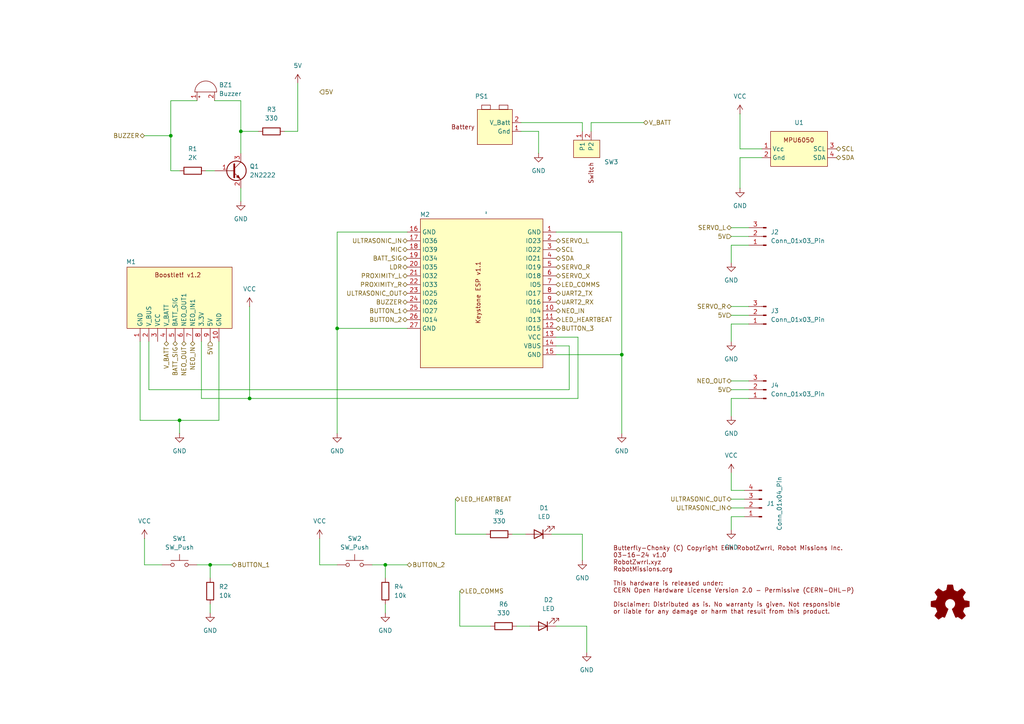
<source format=kicad_sch>
(kicad_sch (version 20231120) (generator "eeschema") (generator_version "8.0")
  (paper "A4")
  (title_block (title "Butterfly-Chonky") (date "03-16-24") (rev "v1.0"))
  (lib_symbols
    (symbol "!Conservify:2N2222" (pin_names (offset 0) hide)
      (property "Reference" "Q" (at 5.08 1.905 0))
      (property "Value" "2N2222" (at 5.08 0 0))
      (symbol "2N2222_0_1"
        (polyline (pts (xy 0.635 0.635) (xy 2.54 2.54)))
        (polyline (pts (xy 0.635 -0.635) (xy 2.54 -2.54) (xy 2.54 -2.54)))
        (polyline (pts (xy 0.635 1.905) (xy 0.635 -1.905) (xy 0.635 -1.905)) (stroke (width 0.508)))
        (polyline (pts (xy 1.27 -1.778) (xy 1.778 -1.27) (xy 2.286 -2.286) (xy 1.27 -1.778) (xy 1.27 -1.778)) (fill (type outline)))
        (circle (center 1.27 0) (radius 2.8194) (stroke (width 0.254)))
      )
      (symbol "2N2222_1_1"
        (pin passive line (at -5.08 0 0) (length 5.715) (name "B") (number "1"))
        (pin passive line (at 2.54 -5.08 90) (length 2.54) (name "E") (number "2"))
        (pin passive line (at 2.54 5.08 270) (length 2.54) (name "C") (number "3"))
      )
    )
    (symbol "!RobotButterfly:2xAA_Battery_Module"
      (property "Reference" "PS" (at 1.27 2.54 0))
      (symbol "2xAA_Battery_Module_1_1"
        (rectangle (start 0 0) (end 10.16 -10.16) (fill (type background)))
        (rectangle (start 1.27 1.27) (end 3.81 0))
        (rectangle (start 6.35 1.27) (end 8.89 0))
        (text "Battery" (at -7.62 -5.08 0) (effects (font (size 1.27 1.27)) (justify left)))
        (pin input line (at 12.7 -6.35 180) (length 2.54) (name "Gnd") (number "1"))
        (pin input line (at 12.7 -3.81 180) (length 2.54) (name "V_Batt") (number "2"))
      )
    )
    (symbol "!RobotButterfly:Boostlet_v1.2"
      (property "Reference" "M" (at -14.478 6.35 0))
      (symbol "Boostlet_v1.2_1_1"
        (rectangle (start -15.24 5.08) (end 15.24 -12.7) (fill (type background)))
        (text "Boostlet! v1.2" (at -0.508 2.794 0) (effects (font (size 1.27 1.27))))
        (pin passive line (at -11.43 -16.51 90) (length 3.81) (name "GND") (number "1"))
        (pin passive line (at 11.43 -16.51 90) (length 3.81) (name "GND") (number "10"))
        (pin passive line (at -8.89 -16.51 90) (length 3.81) (name "V_BUS") (number "2"))
        (pin passive line (at -6.35 -16.51 90) (length 3.81) (name "VCC") (number "3"))
        (pin passive line (at -3.81 -16.51 90) (length 3.81) (name "V_BATT") (number "4"))
        (pin passive line (at -1.27 -16.51 90) (length 3.81) (name "BATT_SIG") (number "5"))
        (pin passive line (at 1.27 -16.51 90) (length 3.81) (name "NEO_OUT1") (number "6"))
        (pin passive line (at 3.81 -16.51 90) (length 3.81) (name "NEO_IN1") (number "7"))
        (pin passive line (at 6.35 -16.51 90) (length 3.81) (name "3.3V") (number "8"))
        (pin passive line (at 8.89 -16.51 90) (length 3.81) (name "5V") (number "9"))
      )
    )
    (symbol "!RobotButterfly:Keystone-ESP_v1.1"
      (property "Reference" "M" (at -21.844 18.796 0))
      (symbol "Keystone-ESP_v1.1_1_1"
        (rectangle (start -22.86 17.78) (end 20.32 -17.78) (fill (type background)))
        (text "Keystone ESP v1.1" (at -1.016 1.016 0) (effects (font (size 1.27 1.27))))
        (pin passive line (at 16.51 -21.59 90) (length 3.81) (name "GND") (number "1"))
        (pin passive line (at -6.35 -21.59 90) (length 3.81) (name "IO4") (number "10"))
        (pin passive line (at -8.89 -21.59 90) (length 3.81) (name "IO13") (number "11"))
        (pin passive line (at -11.43 -21.59 90) (length 3.81) (name "IO15") (number "12"))
        (pin passive line (at -13.97 -21.59 90) (length 3.81) (name "VCC") (number "13"))
        (pin passive line (at -16.51 -21.59 90) (length 3.81) (name "VBUS") (number "14"))
        (pin passive line (at -19.05 -21.59 90) (length 3.81) (name "GND") (number "15"))
        (pin passive line (at 16.51 21.59 270) (length 3.81) (name "GND") (number "16"))
        (pin passive line (at 13.97 21.59 270) (length 3.81) (name "IO36") (number "17"))
        (pin passive line (at 11.43 21.59 270) (length 3.81) (name "IO39") (number "18"))
        (pin passive line (at 8.89 21.59 270) (length 3.81) (name "IO34") (number "19"))
        (pin passive line (at 13.97 -21.59 90) (length 3.81) (name "IO23") (number "2"))
        (pin passive line (at 6.35 21.59 270) (length 3.81) (name "IO35") (number "20"))
        (pin passive line (at 3.81 21.59 270) (length 3.81) (name "IO32") (number "21"))
        (pin passive line (at 1.27 21.59 270) (length 3.81) (name "IO33") (number "22"))
        (pin passive line (at -1.27 21.59 270) (length 3.81) (name "IO25") (number "23"))
        (pin passive line (at -3.81 21.59 270) (length 3.81) (name "IO26") (number "24"))
        (pin passive line (at -6.35 21.59 270) (length 3.81) (name "IO27") (number "25"))
        (pin passive line (at -8.89 21.59 270) (length 3.81) (name "IO14") (number "26"))
        (pin passive line (at -11.43 21.59 270) (length 3.81) (name "GND") (number "27"))
        (pin passive line (at 11.43 -21.59 90) (length 3.81) (name "IO22") (number "3"))
        (pin passive line (at 8.89 -21.59 90) (length 3.81) (name "IO21") (number "4"))
        (pin passive line (at 6.35 -21.59 90) (length 3.81) (name "IO19") (number "5"))
        (pin passive line (at 3.81 -21.59 90) (length 3.81) (name "IO18") (number "6"))
        (pin passive line (at 1.27 -21.59 90) (length 3.81) (name "IO5") (number "7"))
        (pin passive line (at -1.27 -21.59 90) (length 3.81) (name "IO17") (number "8"))
        (pin passive line (at -3.81 -21.59 90) (length 3.81) (name "IO16") (number "9"))
      )
    )
    (symbol "!RobotButterfly:MPU6050_Module"
      (property "Reference" "U" (at 1.27 1.27 0))
      (symbol "MPU6050_Module_1_1"
        (rectangle (start 0 0) (end 16.51 -10.16) (fill (type background)))
        (text "MPU6050" (at 12.7 -2.54 0) (effects (font (size 1.27 1.27)) (justify right)))
        (pin input line (at -2.54 -5.08 0) (length 2.54) (name "Vcc") (number "1"))
        (pin input line (at -2.54 -7.62 0) (length 2.54) (name "Gnd") (number "2"))
        (pin bidirectional line (at 19.05 -5.08 180) (length 2.54) (name "SCL") (number "3"))
        (pin bidirectional line (at 19.05 -7.62 180) (length 2.54) (name "SDA") (number "4"))
      )
    )
    (symbol "!RobotButterfly:Switch_Header"
      (property "Reference" "SW" (at 1.27 1.27 0))
      (symbol "Switch_Header_1_1"
        (rectangle (start 0 0) (end 5.08 -7.62) (fill (type background)))
        (text "Switch" (at -1.27 -5.08 0) (effects (font (size 1.27 1.27)) (justify right)))
        (pin input line (at 7.62 -2.54 180) (length 2.54) (name "P1") (number "1"))
        (pin input line (at 7.62 -5.08 180) (length 2.54) (name "P2") (number "2"))
      )
    )
    (symbol "Connector:Conn_01x03_Pin" (pin_names (offset 1.016) hide)
      (property "Reference" "J" (at 0 5.08 0))
      (property "Value" "Conn_01x03_Pin" (at 0 -5.08 0))
      (symbol "Conn_01x03_Pin_1_1"
        (polyline (pts (xy 1.27 -2.54) (xy 0.8636 -2.54)) (stroke (width 0.1524)))
        (polyline (pts (xy 1.27 0) (xy 0.8636 0)) (stroke (width 0.1524)))
        (polyline (pts (xy 1.27 2.54) (xy 0.8636 2.54)) (stroke (width 0.1524)))
        (rectangle (start 0.8636 -2.413) (end 0 -2.667) (stroke (width 0.1524)) (fill (type outline)))
        (rectangle (start 0.8636 0.127) (end 0 -0.127) (stroke (width 0.1524)) (fill (type outline)))
        (rectangle (start 0.8636 2.667) (end 0 2.413) (stroke (width 0.1524)) (fill (type outline)))
        (pin passive line (at 5.08 2.54 180) (length 3.81) (name "Pin_1") (number "1"))
        (pin passive line (at 5.08 0 180) (length 3.81) (name "Pin_2") (number "2"))
        (pin passive line (at 5.08 -2.54 180) (length 3.81) (name "Pin_3") (number "3"))
      )
    )
    (symbol "Connector:Conn_01x04_Pin" (pin_names (offset 1.016) hide)
      (property "Reference" "J" (at 0 5.08 0))
      (property "Value" "Conn_01x04_Pin" (at 0 -7.62 0))
      (symbol "Conn_01x04_Pin_1_1"
        (polyline (pts (xy 1.27 -5.08) (xy 0.8636 -5.08)) (stroke (width 0.1524)))
        (polyline (pts (xy 1.27 -2.54) (xy 0.8636 -2.54)) (stroke (width 0.1524)))
        (polyline (pts (xy 1.27 0) (xy 0.8636 0)) (stroke (width 0.1524)))
        (polyline (pts (xy 1.27 2.54) (xy 0.8636 2.54)) (stroke (width 0.1524)))
        (rectangle (start 0.8636 -4.953) (end 0 -5.207) (stroke (width 0.1524)) (fill (type outline)))
        (rectangle (start 0.8636 -2.413) (end 0 -2.667) (stroke (width 0.1524)) (fill (type outline)))
        (rectangle (start 0.8636 0.127) (end 0 -0.127) (stroke (width 0.1524)) (fill (type outline)))
        (rectangle (start 0.8636 2.667) (end 0 2.413) (stroke (width 0.1524)) (fill (type outline)))
        (pin passive line (at 5.08 2.54 180) (length 3.81) (name "Pin_1") (number "1"))
        (pin passive line (at 5.08 0 180) (length 3.81) (name "Pin_2") (number "2"))
        (pin passive line (at 5.08 -2.54 180) (length 3.81) (name "Pin_3") (number "3"))
        (pin passive line (at 5.08 -5.08 180) (length 3.81) (name "Pin_4") (number "4"))
      )
    )
    (symbol "Device:Buzzer" (pin_names (offset 0.0254) hide)
      (property "Reference" "BZ" (at 3.81 1.27 0))
      (property "Value" "Buzzer" (at 3.81 -1.27 0))
      (symbol "Buzzer_0_1"
        (arc (start 0 -3.175) (mid 3.1612 0) (end 0 3.175))
        (polyline (pts (xy -1.651 1.905) (xy -1.143 1.905)))
        (polyline (pts (xy -1.397 2.159) (xy -1.397 1.651)))
        (polyline (pts (xy 0 3.175) (xy 0 -3.175)))
      )
      (symbol "Buzzer_1_1"
        (pin passive line (at -2.54 2.54 0) (length 2.54) (name "+") (number "1"))
        (pin passive line (at -2.54 -2.54 0) (length 2.54) (name "-") (number "2"))
      )
    )
    (symbol "Device:LED" (pin_numbers hide) (pin_names (offset 1.016) hide)
      (property "Reference" "D" (at 0 2.54 0))
      (property "Value" "LED" (at 0 -2.54 0))
      (symbol "LED_0_1"
        (polyline (pts (xy -1.27 -1.27) (xy -1.27 1.27)) (stroke (width 0.254)))
        (polyline (pts (xy -1.27 0) (xy 1.27 0)))
        (polyline (pts (xy 1.27 -1.27) (xy 1.27 1.27) (xy -1.27 0) (xy 1.27 -1.27)) (stroke (width 0.254)))
        (polyline (pts (xy -3.048 -0.762) (xy -4.572 -2.286) (xy -3.81 -2.286) (xy -4.572 -2.286) (xy -4.572 -1.524)))
        (polyline (pts (xy -1.778 -0.762) (xy -3.302 -2.286) (xy -2.54 -2.286) (xy -3.302 -2.286) (xy -3.302 -1.524)))
      )
      (symbol "LED_1_1"
        (pin passive line (at -3.81 0 0) (length 2.54) (name "K") (number "1"))
        (pin passive line (at 3.81 0 180) (length 2.54) (name "A") (number "2"))
      )
    )
    (symbol "Device:R" (pin_numbers hide) (pin_names (offset 0))
      (property "Reference" "R" (at 2.032 0 90))
      (property "Value" "R" (at 0 0 90))
      (symbol "R_0_1"
        (rectangle (start -1.016 -2.54) (end 1.016 2.54) (stroke (width 0.254)))
      )
      (symbol "R_1_1"
        (pin passive line (at 0 3.81 270) (length 1.27) (name "~") (number "1"))
        (pin passive line (at 0 -3.81 90) (length 1.27) (name "~") (number "2"))
      )
    )
    (symbol "Graphic:Logo_Open_Hardware_Small" (in_bom no) (on_board no)
      (symbol "Logo_Open_Hardware_Small_0_1"
        (polyline (pts (xy 3.3528 -4.3434) (xy 3.302 -4.318) (xy 3.175 -4.2418) (xy 2.9972 -4.1148) (xy 2.7686 -3.9624) (xy 2.54 -3.81) (xy 2.3622 -3.7084) (xy 2.2352 -3.6068) (xy 2.1844 -3.5814) (xy 2.159 -3.6068) (xy 2.0574 -3.6576) (xy 1.905 -3.7338) (xy 1.8034 -3.7846) (xy 1.6764 -3.8354) (xy 1.6002 -3.8354) (xy 1.6002 -3.8354) (xy 1.5494 -3.7338) (xy 1.4732 -3.5306) (xy 1.3462 -3.302) (xy 1.2446 -3.0226) (xy 1.1176 -2.7178) (xy 0.9652 -2.413) (xy 0.8636 -2.1082) (xy 0.7366 -1.8288) (xy 0.6604 -1.6256) (xy 0.6096 -1.4732) (xy 0.5842 -1.397) (xy 0.5842 -1.397) (xy 0.6604 -1.3208) (xy 0.7874 -1.2446) (xy 1.0414 -1.016) (xy 1.2954 -0.6858) (xy 1.4478 -0.3302) (xy 1.524 0.0762) (xy 1.4732 0.4572) (xy 1.3208 0.8128) (xy 1.0668 1.143) (xy 0.762 1.3716) (xy 0.4064 1.524) (xy 0 1.5748) (xy -0.381 1.5494) (xy -0.7366 1.397) (xy -1.0668 1.143) (xy -1.2192 0.9906) (xy -1.397 0.6604) (xy -1.524 0.3048) (xy -1.524 0.2286) (xy -1.4986 -0.1778) (xy -1.397 -0.5334) (xy -1.1938 -0.8636) (xy -0.9144 -1.143) (xy -0.8636 -1.1684) (xy -0.7366 -1.27) (xy -0.635 -1.3462) (xy -0.5842 -1.397) (xy -1.0668 -2.5908) (xy -1.143 -2.794) (xy -1.2954 -3.1242) (xy -1.397 -3.4036) (xy -1.4986 -3.6322) (xy -1.5748 -3.7846) (xy -1.6002 -3.8354) (xy -1.6002 -3.8354) (xy -1.651 -3.8354) (xy -1.7272 -3.81) (xy -1.905 -3.7338) (xy -2.0066 -3.683) (xy -2.1336 -3.6068) (xy -2.2098 -3.5814) (xy -2.2606 -3.6068) (xy -2.3622 -3.683) (xy -2.54 -3.81) (xy -2.7686 -3.9624) (xy -2.9718 -4.0894) (xy -3.1496 -4.2164) (xy -3.302 -4.318) (xy -3.3528 -4.3434) (xy -3.3782 -4.3434) (xy -3.429 -4.318) (xy -3.5306 -4.2164) (xy -3.7084 -4.064) (xy -3.937 -3.8354) (xy -3.9624 -3.81) (xy -4.1656 -3.6068) (xy -4.318 -3.4544) (xy -4.4196 -3.3274) (xy -4.445 -3.2766) (xy -4.445 -3.2766) (xy -4.4196 -3.2258) (xy -4.318 -3.0734) (xy -4.2164 -2.8956) (xy -4.064 -2.667) (xy -3.6576 -2.0828) (xy -3.8862 -1.5494) (xy -3.937 -1.3716) (xy -4.0386 -1.1684) (xy -4.0894 -1.0414) (xy -4.1148 -0.9652) (xy -4.191 -0.9398) (xy -4.318 -0.9144) (xy -4.5466 -0.8636) (xy -4.8006 -0.8128) (xy -5.0546 -0.7874) (xy -5.2578 -0.7366) (xy -5.4356 -0.7112) (xy -5.5118 -0.6858) (xy -5.5118 -0.6858) (xy -5.5372 -0.635) (xy -5.5372 -0.5588) (xy -5.5372 -0.4318) (xy -5.5626 -0.2286) (xy -5.5626 0.0762) (xy -5.5626 0.127) (xy -5.5372 0.4064) (xy -5.5372 0.635) (xy -5.5372 0.762) (xy -5.5372 0.8382) (xy -5.5372 0.8382) (xy -5.461 0.8382) (xy -5.3086 0.889) (xy -5.08 0.9144) (xy -4.826 0.9652) (xy -4.8006 0.9906) (xy -4.5466 1.0414) (xy -4.318 1.0668) (xy -4.1656 1.1176) (xy -4.0894 1.143) (xy -4.0894 1.143) (xy -4.0386 1.2446) (xy -3.9624 1.4224) (xy -3.8608 1.6256) (xy -3.7846 1.8288) (xy -3.7084 2.0066) (xy -3.6576 2.159) (xy -3.6322 2.2098) (xy -3.6322 2.2098) (xy -3.683 2.286) (xy -3.7592 2.413) (xy -3.8862 2.5908) (xy -4.064 2.8194) (xy -4.064 2.8448) (xy -4.2164 3.0734) (xy -4.3434 3.2512) (xy -4.4196 3.3782) (xy -4.445 3.4544) (xy -4.445 3.4544) (xy -4.3942 3.5052) (xy -4.2926 3.6322) (xy -4.1148 3.81) (xy -3.937 4.0132) (xy -3.8608 4.064) (xy -3.6576 4.2926) (xy -3.5052 4.4196) (xy -3.4036 4.4958) (xy -3.3528 4.5212) (xy -3.3528 4.5212) (xy -3.302 4.4704) (xy -3.1496 4.3688) (xy -2.9718 4.2418) (xy -2.7432 4.0894) (xy -2.7178 4.0894) (xy -2.4892 3.937) (xy -2.3114 3.81) (xy -2.1844 3.7084) (xy -2.1336 3.683) (xy -2.1082 3.683) (xy -2.032 3.7084) (xy -1.8542 3.7592) (xy -1.6764 3.8354) (xy -1.4732 3.937) (xy -1.27 4.0132) (xy -1.143 4.064) (xy -1.0668 4.1148) (xy -1.0668 4.1148) (xy -1.0414 4.191) (xy -1.016 4.3434) (xy -0.9652 4.572) (xy -0.9144 4.8514) (xy -0.889 4.9022) (xy -0.8382 5.1562) (xy -0.8128 5.3848) (xy -0.7874 5.5372) (xy -0.762 5.588) (xy -0.7112 5.6134) (xy -0.5842 5.6134) (xy -0.4064 5.6134) (xy -0.1524 5.6134) (xy 0.0762 5.6134) (xy 0.3302 5.6134) (xy 0.5334 5.6134) (xy 0.6858 5.588) (xy 0.7366 5.588) (xy 0.7366 5.588) (xy 0.762 5.5118) (xy 0.8128 5.334) (xy 0.8382 5.1054) (xy 0.9144 4.826) (xy 0.9144 4.7752) (xy 0.9652 4.5212) (xy 1.016 4.2926) (xy 1.0414 4.1402) (xy 1.0668 4.0894) (xy 1.0668 4.0894) (xy 1.1938 4.0386) (xy 1.3716 3.9624) (xy 1.5748 3.8608) (xy 2.0828 3.6576) (xy 2.7178 4.0894) (xy 2.7686 4.1402) (xy 2.9972 4.2926) (xy 3.175 4.4196) (xy 3.302 4.4958) (xy 3.3782 4.5212) (xy 3.3782 4.5212) (xy 3.429 4.4704) (xy 3.556 4.3434) (xy 3.7338 4.191) (xy 3.9116 3.9878) (xy 4.064 3.8354) (xy 4.2418 3.6576) (xy 4.3434 3.556) (xy 4.4196 3.4798) (xy 4.4196 3.429) (xy 4.4196 3.4036) (xy 4.3942 3.3274) (xy 4.2926 3.2004) (xy 4.1656 2.9972) (xy 4.0132 2.794) (xy 3.8862 2.5908) (xy 3.7592 2.3876) (xy 3.6576 2.2352) (xy 3.6322 2.159) (xy 3.6322 2.1336) (xy 3.683 2.0066) (xy 3.7592 1.8288) (xy 3.8608 1.6002) (xy 4.064 1.1176) (xy 4.3942 1.0414) (xy 4.5974 1.016) (xy 4.8768 0.9652) (xy 5.1308 0.9144) (xy 5.5372 0.8382) (xy 5.5626 -0.6604) (xy 5.4864 -0.6858) (xy 5.4356 -0.6858) (xy 5.2832 -0.7366) (xy 5.0546 -0.762) (xy 4.8006 -0.8128) (xy 4.5974 -0.8636) (xy 4.3688 -0.9144) (xy 4.2164 -0.9398) (xy 4.1402 -0.9398) (xy 4.1148 -0.9652) (xy 4.064 -1.0668) (xy 3.9878 -1.2446) (xy 3.9116 -1.4478) (xy 3.81 -1.651) (xy 3.7338 -1.8542) (xy 3.683 -2.0066) (xy 3.6576 -2.0828) (xy 3.683 -2.1336) (xy 3.7846 -2.2606) (xy 3.8862 -2.4638) (xy 4.0386 -2.667) (xy 4.191 -2.8956) (xy 4.318 -3.0734) (xy 4.3942 -3.2004) (xy 4.445 -3.2766) (xy 4.4196 -3.3274) (xy 4.3434 -3.429) (xy 4.1656 -3.5814) (xy 3.937 -3.8354) (xy 3.8862 -3.8608) (xy 3.683 -4.064) (xy 3.5306 -4.2164) (xy 3.4036 -4.318) (xy 3.3528 -4.3434)) (fill (type outline)))
      )
    )
    (symbol "Switch:SW_Push" (pin_numbers hide) (pin_names (offset 1.016) hide)
      (property "Reference" "SW" (at 1.27 2.54 0))
      (property "Value" "SW_Push" (at 0 -1.524 0))
      (symbol "SW_Push_0_1"
        (circle (center -2.032 0) (radius 0.508))
        (polyline (pts (xy 0 1.27) (xy 0 3.048)))
        (polyline (pts (xy 2.54 1.27) (xy -2.54 1.27)))
        (circle (center 2.032 0) (radius 0.508))
        (pin passive line (at -5.08 0 0) (length 2.54) (name "1") (number "1"))
        (pin passive line (at 5.08 0 180) (length 2.54) (name "2") (number "2"))
      )
    )
    (symbol "power:+5V" (power) (pin_names (offset 0))
      (property "Value" "+5V" (at 0 3.556 0))
      (symbol "+5V_0_1"
        (polyline (pts (xy -0.762 1.27) (xy 0 2.54)))
        (polyline (pts (xy 0 0) (xy 0 2.54)))
        (polyline (pts (xy 0 2.54) (xy 0.762 1.27)))
      )
      (symbol "+5V_1_1"
        (pin power_in line (at 0 0 90) (length 0) hide (name "+5V") (number "1"))
      )
    )
    (symbol "power:GND" (power) (pin_numbers hide) (pin_names (offset 0) hide)
      (property "Value" "GND" (at 0 -3.81 0))
      (symbol "GND_0_1"
        (polyline (pts (xy 0 0) (xy 0 -1.27) (xy 1.27 -1.27) (xy 0 -2.54) (xy -1.27 -1.27) (xy 0 -1.27)))
      )
      (symbol "GND_1_1"
        (pin power_in line (at 0 0 270) (length 0) (name "~") (number "1"))
      )
    )
    (symbol "power:VCC" (power) (pin_numbers hide) (pin_names (offset 0) hide)
      (property "Value" "VCC" (at 0 3.556 0))
      (symbol "VCC_0_1"
        (polyline (pts (xy -0.762 1.27) (xy 0 2.54)))
        (polyline (pts (xy 0 0) (xy 0 2.54)))
        (polyline (pts (xy 0 2.54) (xy 0.762 1.27)))
      )
      (symbol "VCC_1_1"
        (pin power_in line (at 0 0 90) (length 0) (name "~") (number "1"))
      )
    )
  )
  (junction (at 52.07 121.92))
  (junction (at 111.76 163.83))
  (junction (at 180.34 102.87))
  (junction (at 60.96 163.83))
  (junction (at 69.85 38.1))
  (junction (at 49.53 39.37))
  (junction (at 72.39 115.57))
  (junction (at 97.79 95.25))
  (wire (pts (xy 215.9 142.24) (xy 212.09 142.24)))
  (wire (pts (xy 62.23 29.21) (xy 69.85 29.21)))
  (wire (pts (xy 52.07 121.92) (xy 52.07 125.73)))
  (wire (pts (xy 97.79 67.31) (xy 97.79 95.25)))
  (wire (pts (xy 161.29 181.61) (xy 170.18 181.61)))
  (wire (pts (xy 57.15 163.83) (xy 60.96 163.83)))
  (wire (pts (xy 180.34 67.31) (xy 180.34 102.87)))
  (wire (pts (xy 212.09 147.32) (xy 215.9 147.32)))
  (wire (pts (xy 43.18 113.03) (xy 165.1 113.03)))
  (wire (pts (xy 156.21 38.1) (xy 156.21 44.45)))
  (wire (pts (xy 63.5 121.92) (xy 52.07 121.92)))
  (wire (pts (xy 69.85 38.1) (xy 74.93 38.1)))
  (wire (pts (xy 97.79 95.25) (xy 118.11 95.25)))
  (wire (pts (xy 149.86 181.61) (xy 153.67 181.61)))
  (wire (pts (xy 49.53 39.37) (xy 49.53 49.53)))
  (wire (pts (xy 161.29 67.31) (xy 180.34 67.31)))
  (wire (pts (xy 212.09 137.16) (xy 212.09 142.24)))
  (wire (pts (xy 167.64 97.79) (xy 167.64 115.57)))
  (wire (pts (xy 212.09 149.86) (xy 212.09 153.67)))
  (wire (pts (xy 212.09 66.04) (xy 217.17 66.04)))
  (wire (pts (xy 212.09 110.49) (xy 217.17 110.49)))
  (wire (pts (xy 212.09 88.9) (xy 217.17 88.9)))
  (wire (pts (xy 220.98 45.72) (xy 214.63 45.72)))
  (wire (pts (xy 212.09 91.44) (xy 217.17 91.44)))
  (wire (pts (xy 161.29 102.87) (xy 180.34 102.87)))
  (wire (pts (xy 41.91 156.21) (xy 41.91 163.83)))
  (wire (pts (xy 69.85 44.45) (xy 69.85 38.1)))
  (wire (pts (xy 215.9 149.86) (xy 212.09 149.86)))
  (wire (pts (xy 165.1 100.33) (xy 165.1 113.03)))
  (wire (pts (xy 107.95 163.83) (xy 111.76 163.83)))
  (wire (pts (xy 86.36 24.13) (xy 86.36 38.1)))
  (wire (pts (xy 72.39 88.9) (xy 72.39 115.57)))
  (wire (pts (xy 49.53 49.53) (xy 52.07 49.53)))
  (wire (pts (xy 133.35 171.45) (xy 133.35 181.61)))
  (wire (pts (xy 140.97 154.94) (xy 132.08 154.94)))
  (wire (pts (xy 41.91 39.37) (xy 49.53 39.37)))
  (wire (pts (xy 160.02 154.94) (xy 168.91 154.94)))
  (wire (pts (xy 142.24 181.61) (xy 133.35 181.61)))
  (wire (pts (xy 72.39 115.57) (xy 167.64 115.57)))
  (wire (pts (xy 217.17 71.12) (xy 212.09 71.12)))
  (wire (pts (xy 151.13 38.1) (xy 156.21 38.1)))
  (wire (pts (xy 111.76 163.83) (xy 111.76 167.64)))
  (wire (pts (xy 214.63 33.02) (xy 214.63 43.18)))
  (wire (pts (xy 212.09 113.03) (xy 217.17 113.03)))
  (wire (pts (xy 111.76 175.26) (xy 111.76 177.8)))
  (wire (pts (xy 171.45 38.1) (xy 171.45 35.56)))
  (wire (pts (xy 161.29 100.33) (xy 165.1 100.33)))
  (wire (pts (xy 161.29 97.79) (xy 167.64 97.79)))
  (wire (pts (xy 212.09 93.98) (xy 212.09 99.06)))
  (wire (pts (xy 69.85 54.61) (xy 69.85 58.42)))
  (wire (pts (xy 151.13 35.56) (xy 168.91 35.56)))
  (wire (pts (xy 212.09 68.58) (xy 217.17 68.58)))
  (wire (pts (xy 132.08 144.78) (xy 132.08 154.94)))
  (wire (pts (xy 92.71 156.21) (xy 92.71 163.83)))
  (wire (pts (xy 60.96 163.83) (xy 67.31 163.83)))
  (wire (pts (xy 212.09 71.12) (xy 212.09 76.2)))
  (wire (pts (xy 58.42 115.57) (xy 72.39 115.57)))
  (wire (pts (xy 52.07 121.92) (xy 40.64 121.92)))
  (wire (pts (xy 40.64 99.06) (xy 40.64 121.92)))
  (wire (pts (xy 49.53 39.37) (xy 49.53 29.21)))
  (wire (pts (xy 60.96 163.83) (xy 60.96 167.64)))
  (wire (pts (xy 212.09 144.78) (xy 215.9 144.78)))
  (wire (pts (xy 60.96 175.26) (xy 60.96 177.8)))
  (wire (pts (xy 43.18 113.03) (xy 43.18 99.06)))
  (wire (pts (xy 217.17 93.98) (xy 212.09 93.98)))
  (wire (pts (xy 46.99 163.83) (xy 41.91 163.83)))
  (wire (pts (xy 168.91 35.56) (xy 168.91 38.1)))
  (wire (pts (xy 63.5 99.06) (xy 63.5 121.92)))
  (wire (pts (xy 212.09 115.57) (xy 212.09 120.65)))
  (wire (pts (xy 148.59 154.94) (xy 152.4 154.94)))
  (wire (pts (xy 214.63 45.72) (xy 214.63 54.61)))
  (wire (pts (xy 168.91 154.94) (xy 168.91 162.56)))
  (wire (pts (xy 180.34 102.87) (xy 180.34 125.73)))
  (wire (pts (xy 97.79 95.25) (xy 97.79 125.73)))
  (wire (pts (xy 220.98 43.18) (xy 214.63 43.18)))
  (wire (pts (xy 58.42 115.57) (xy 58.42 99.06)))
  (wire (pts (xy 217.17 115.57) (xy 212.09 115.57)))
  (wire (pts (xy 118.11 67.31) (xy 97.79 67.31)))
  (wire (pts (xy 59.69 49.53) (xy 62.23 49.53)))
  (wire (pts (xy 49.53 29.21) (xy 57.15 29.21)))
  (wire (pts (xy 86.36 38.1) (xy 82.55 38.1)))
  (wire (pts (xy 97.79 163.83) (xy 92.71 163.83)))
  (wire (pts (xy 69.85 38.1) (xy 69.85 29.21)))
  (wire (pts (xy 111.76 163.83) (xy 118.11 163.83)))
  (wire (pts (xy 170.18 181.61) (xy 170.18 189.23)))
  (wire (pts (xy 171.45 35.56) (xy 186.69 35.56)))
  (text "Butterfly-Chonky (C) Copyright Erin RobotZwrrl, Robot Missions Inc.\n03-16-24 v1.0\nRobotZwrrl.xyz\nRobotMissions.org\n\nThis hardware is released under:\nCERN Open Hardware License Version 2.0 - Permissive (CERN-OHL-P)\n\nDisclaimer: Distributed as is. No warranty is given. Not responsible \nor liable for any damage or harm that result from this product." (at 177.8 178.308 0) (effects (font (size 1.27 1.27)) (justify left bottom)))
  (hierarchical_label "NEO_OUT" (shape bidirectional) (at 53.34 99.06 270))
  (hierarchical_label "ULTRASONIC_IN" (shape bidirectional) (at 118.11 69.85 180))
  (hierarchical_label "BUTTON_3" (shape bidirectional) (at 161.29 95.25 0))
  (hierarchical_label "SERVO_L" (shape bidirectional) (at 212.09 66.04 180))
  (hierarchical_label "BUZZER" (shape bidirectional) (at 118.11 87.63 180))
  (hierarchical_label "LED_COMMS" (shape bidirectional) (at 161.29 82.55 0))
  (hierarchical_label "BUTTON_1" (shape bidirectional) (at 118.11 90.17 180))
  (hierarchical_label "SERVO_R" (shape bidirectional) (at 212.09 88.9 180))
  (hierarchical_label "UART2_TX" (shape bidirectional) (at 161.29 85.09 0))
  (hierarchical_label "5V" (shape input) (at 212.09 91.44 180))
  (hierarchical_label "LED_HEARTBEAT" (shape bidirectional) (at 161.29 92.71 0))
  (hierarchical_label "V_BATT" (shape bidirectional) (at 186.69 35.56 0))
  (hierarchical_label "ULTRASONIC_OUT" (shape bidirectional) (at 212.09 144.78 180))
  (hierarchical_label "5V" (shape input) (at 212.09 68.58 180))
  (hierarchical_label "BUTTON_2" (shape bidirectional) (at 118.11 92.71 180))
  (hierarchical_label "SCL" (shape bidirectional) (at 161.29 72.39 0))
  (hierarchical_label "SERVO_R" (shape bidirectional) (at 161.29 77.47 0))
  (hierarchical_label "BATT_SIG" (shape bidirectional) (at 118.11 74.93 180))
  (hierarchical_label "SDA" (shape bidirectional) (at 161.29 74.93 0))
  (hierarchical_label "5V" (shape input) (at 212.09 113.03 180))
  (hierarchical_label "MIC" (shape bidirectional) (at 118.11 72.39 180))
  (hierarchical_label "SERVO_X" (shape bidirectional) (at 161.29 80.01 0))
  (hierarchical_label "BUTTON_2" (shape bidirectional) (at 118.11 163.83 0))
  (hierarchical_label "NEO_IN" (shape bidirectional) (at 161.29 90.17 0))
  (hierarchical_label "NEO_IN" (shape bidirectional) (at 55.88 99.06 270))
  (hierarchical_label "ULTRASONIC_IN" (shape bidirectional) (at 212.09 147.32 180))
  (hierarchical_label "LED_COMMS" (shape bidirectional) (at 133.35 171.45 0))
  (hierarchical_label "PROXIMITY_L" (shape bidirectional) (at 118.11 80.01 180))
  (hierarchical_label "5V" (shape input) (at 92.71 26.67 0))
  (hierarchical_label "UART2_RX" (shape bidirectional) (at 161.29 87.63 0))
  (hierarchical_label "SERVO_L" (shape bidirectional) (at 161.29 69.85 0))
  (hierarchical_label "5V" (shape input) (at 60.96 99.06 270))
  (hierarchical_label "NEO_OUT" (shape bidirectional) (at 212.09 110.49 180))
  (hierarchical_label "BUTTON_1" (shape bidirectional) (at 67.31 163.83 0))
  (hierarchical_label "PROXIMITY_R" (shape bidirectional) (at 118.11 82.55 180))
  (hierarchical_label "ULTRASONIC_OUT" (shape bidirectional) (at 118.11 85.09 180))
  (hierarchical_label "SDA" (shape bidirectional) (at 242.57 45.72 0))
  (hierarchical_label "BUZZER" (shape bidirectional) (at 41.91 39.37 180))
  (hierarchical_label "LDR" (shape bidirectional) (at 118.11 77.47 180))
  (hierarchical_label "LED_HEARTBEAT" (shape bidirectional) (at 132.08 144.78 0))
  (hierarchical_label "V_BATT" (shape bidirectional) (at 48.26 99.06 270))
  (hierarchical_label "SCL" (shape bidirectional) (at 242.57 43.18 0))
  (hierarchical_label "BATT_SIG" (shape bidirectional) (at 50.8 99.06 270))
  (symbol (lib_id "power:VCC") (at 214.63 33.02 0) (unit 1)
    (property "Reference" "#PWR020" (effects (hide yes)))
    (property "Value" "VCC" (at 214.63 27.94 0))
    (property "Description" "Power symbol creates a global label with name \"VCC\"" (effects (hide yes)))
  )
  (symbol (lib_id "power:VCC") (at 212.09 137.16 0) (unit 1)
    (property "Reference" "#PWR016" (effects (hide yes)))
    (property "Value" "VCC" (at 212.09 132.08 0))
    (property "Description" "Power symbol creates a global label with name \"VCC\"" (effects (hide yes)))
  )
  (symbol (lib_id "power:GND") (at 60.96 177.8 0) (unit 1)
    (property "Reference" "#PWR03" (effects (hide yes)))
    (property "Value" "GND" (at 60.96 182.88 0))
    (property "Description" "Power symbol creates a global label with name \"GND\" , ground" (effects (hide yes)))
  )
  (symbol (lib_id "Device:R") (at 144.78 154.94 270) (unit 1)
    (property "Reference" "R5" (at 144.78 148.59 90))
    (property "Value" "330" (at 144.78 151.13 90))
    (property "Footprint" "Resistor_THT:R_Axial_DIN0204_L3.6mm_D1.6mm_P7.62mm_Horizontal" (effects (hide yes)))
  )
  (symbol (lib_id "power:GND") (at 69.85 58.42 0) (unit 1)
    (property "Reference" "#PWR04" (effects (hide yes)))
    (property "Value" "GND" (at 69.85 63.5 0))
  )
  (symbol (lib_id "Device:Buzzer") (at 59.69 26.67 90) (unit 1)
    (property "Reference" "BZ1" (at 63.5 24.6448 90) (effects (justify right)))
    (property "Value" "Buzzer" (at 63.5 27.1848 90) (effects (justify right)))
    (property "Footprint" "Buzzer_Beeper:Buzzer_TDK_PS1240P02BT_D12.2mm_H6.5mm" (effects (hide yes)))
    (property "Description" "Buzzer, polarized" (effects (hide yes)))
  )
  (symbol (lib_id "!RobotButterfly:MPU6050_Module") (at 223.52 38.1 0) (unit 1)
    (property "Reference" "U1" (at 231.775 35.56 0))
    (property "Value" "MPU6050_Module" (effects (hide yes)))
    (property "Footprint" "!RobotButterfly:MPU6050_Module" (effects (hide yes)))
  )
  (symbol (lib_id "power:GND") (at 212.09 76.2 0) (unit 1)
    (property "Reference" "#PWR013" (effects (hide yes)))
    (property "Value" "GND" (at 212.09 81.28 0))
    (property "Description" "Power symbol creates a global label with name \"GND\" , ground" (effects (hide yes)))
  )
  (symbol (lib_id "power:VCC") (at 92.71 156.21 0) (unit 1)
    (property "Reference" "#PWR07" (effects (hide yes)))
    (property "Value" "VCC" (at 92.71 151.13 0))
    (property "Description" "Power symbol creates a global label with name \"VCC\"" (effects (hide yes)))
  )
  (symbol (lib_id "Device:LED") (at 156.21 154.94 180) (unit 1)
    (property "Reference" "D1" (at 157.7975 147.32 0))
    (property "Value" "LED" (at 157.7975 149.86 0))
    (property "Footprint" "LED_THT:LED_D5.0mm_Clear" (effects (hide yes)))
    (property "Description" "Light emitting diode" (effects (hide yes)))
  )
  (symbol (lib_id "!RobotButterfly:Switch_Header") (at 166.37 45.72 90) (unit 1)
    (property "Reference" "SW3" (at 175.26 46.9801 90) (effects (justify right)))
    (property "Value" "Switch_Header" (effects (hide yes)))
    (property "Footprint" "!RobotButterfly:Switch_Header" (effects (hide yes)))
  )
  (symbol (lib_id "Connector:Conn_01x03_Pin") (at 222.25 91.44 180) (unit 1)
    (property "Reference" "J3" (at 223.52 90.1699 0) (effects (justify right)))
    (property "Value" "Conn_01x03_Pin" (at 223.52 92.7099 0) (effects (justify right)))
    (property "Footprint" "Connector_PinHeader_2.54mm:PinHeader_1x03_P2.54mm_Vertical" (effects (hide yes)))
    (property "Description" "Generic connector, single row, 01x03, script generated" (effects (hide yes)))
  )
  (symbol (lib_id "!RobotButterfly:Keystone-ESP_v1.1") (at 139.7 83.82 90) (unit 1)
    (property "Reference" "M2" (at 124.714 62.23 90) (effects (justify left)))
    (property "Value" "~" (at 140.97 62.23 0) (effects (justify left)))
    (property "Footprint" "!RobotButterfly:Keystone-ESP_v1.1" (effects (hide yes)))
  )
  (symbol (lib_id "power:GND") (at 156.21 44.45 0) (unit 1)
    (property "Reference" "#PWR018" (effects (hide yes)))
    (property "Value" "GND" (at 156.21 49.53 0))
    (property "Description" "Power symbol creates a global label with name \"GND\" , ground" (effects (hide yes)))
  )
  (symbol (lib_id "power:VCC") (at 41.91 156.21 0) (unit 1)
    (property "Reference" "#PWR01" (effects (hide yes)))
    (property "Value" "VCC" (at 41.91 151.13 0))
    (property "Description" "Power symbol creates a global label with name \"VCC\"" (effects (hide yes)))
  )
  (symbol (lib_id "power:GND") (at 212.09 120.65 0) (unit 1)
    (property "Reference" "#PWR015" (effects (hide yes)))
    (property "Value" "GND" (at 212.09 125.73 0))
    (property "Description" "Power symbol creates a global label with name \"GND\" , ground" (effects (hide yes)))
  )
  (symbol (lib_id "!RobotButterfly:Boostlet_v1.2") (at 52.07 82.55 0) (unit 1)
    (property "Reference" "M1" (at 36.576 75.946 0) (effects (justify left)))
    (property "Footprint" "!RobotButterfly:Boostlet_v1.2" (effects (hide yes)))
  )
  (symbol (lib_id "!RobotButterfly:2xAA_Battery_Module") (at 138.43 31.75 0) (unit 1)
    (property "Reference" "PS1" (at 139.7 27.94 0))
    (property "Value" "2xAA_Battery_Module" (effects (hide yes)))
    (property "Footprint" "!RobotButterfly:2xAA_Battery_Module" (effects (hide yes)))
  )
  (symbol (lib_id "power:GND") (at 214.63 54.61 0) (unit 1)
    (property "Reference" "#PWR019" (effects (hide yes)))
    (property "Value" "GND" (at 214.63 59.69 0))
    (property "Description" "Power symbol creates a global label with name \"GND\" , ground" (effects (hide yes)))
  )
  (symbol (lib_id "power:VCC") (at 72.39 88.9 0) (unit 1)
    (property "Reference" "#PWR05" (effects (hide yes)))
    (property "Value" "VCC" (at 72.39 83.82 0))
    (property "Description" "Power symbol creates a global label with name \"VCC\"" (effects (hide yes)))
  )
  (symbol (lib_id "power:GND") (at 97.79 125.73 0) (unit 1)
    (property "Reference" "#PWR08" (effects (hide yes)))
    (property "Value" "GND" (at 97.79 130.81 0))
    (property "Description" "Power symbol creates a global label with name \"GND\" , ground" (effects (hide yes)))
  )
  (symbol (lib_id "Device:R") (at 60.96 171.45 180) (unit 1)
    (property "Reference" "R2" (at 63.5 170.1799 0) (effects (justify right)))
    (property "Value" "10k" (at 63.5 172.7199 0) (effects (justify right)))
    (property "Footprint" "Resistor_THT:R_Axial_DIN0204_L3.6mm_D1.6mm_P7.62mm_Horizontal" (effects (hide yes)))
  )
  (symbol (lib_id "!Conservify:2N2222") (at 67.31 49.53 0) (unit 1)
    (property "Reference" "Q1" (at 72.39 48.26 0) (effects (justify left)))
    (property "Value" "2N2222" (at 72.39 50.8 0) (effects (justify left)))
    (property "Footprint" "Package_TO_SOT_THT:TO-92" (effects (hide yes)))
    (property "Digikey" "641-1942-1-ND" (effects (hide yes)))
  )
  (symbol (lib_id "Device:R") (at 55.88 49.53 90) (unit 1)
    (property "Reference" "R1" (at 55.88 43.18 90))
    (property "Value" "2K" (at 55.88 45.72 90))
    (property "Footprint" "Resistor_THT:R_Axial_DIN0204_L3.6mm_D1.6mm_P7.62mm_Horizontal" (effects (hide yes)))
    (property "Digikey" "RMCF1206FT2K00CT-ND" (effects (hide yes)))
  )
  (symbol (lib_id "Device:R") (at 146.05 181.61 270) (unit 1)
    (property "Reference" "R6" (at 146.05 175.26 90))
    (property "Value" "330" (at 146.05 177.8 90))
    (property "Footprint" "Resistor_THT:R_Axial_DIN0204_L3.6mm_D1.6mm_P7.62mm_Horizontal" (effects (hide yes)))
  )
  (symbol (lib_id "Connector:Conn_01x03_Pin") (at 222.25 68.58 180) (unit 1)
    (property "Reference" "J2" (at 223.52 67.3099 0) (effects (justify right)))
    (property "Value" "Conn_01x03_Pin" (at 223.52 69.8499 0) (effects (justify right)))
    (property "Footprint" "Connector_PinHeader_2.54mm:PinHeader_1x03_P2.54mm_Vertical" (effects (hide yes)))
    (property "Description" "Generic connector, single row, 01x03, script generated" (effects (hide yes)))
  )
  (symbol (lib_id "Device:LED") (at 157.48 181.61 180) (unit 1)
    (property "Reference" "D2" (at 159.0675 173.99 0))
    (property "Value" "LED" (at 159.0675 176.53 0))
    (property "Footprint" "LED_THT:LED_D5.0mm_Clear" (effects (hide yes)))
    (property "Description" "Light emitting diode" (effects (hide yes)))
  )
  (symbol (lib_id "power:GND") (at 180.34 125.73 0) (unit 1)
    (property "Reference" "#PWR012" (effects (hide yes)))
    (property "Value" "GND" (at 180.34 130.81 0))
    (property "Description" "Power symbol creates a global label with name \"GND\" , ground" (effects (hide yes)))
  )
  (symbol (lib_id "power:GND") (at 212.09 153.67 0) (unit 1)
    (property "Reference" "#PWR017" (effects (hide yes)))
    (property "Value" "GND" (at 212.09 158.75 0))
    (property "Description" "Power symbol creates a global label with name \"GND\" , ground" (effects (hide yes)))
  )
  (symbol (lib_id "Switch:SW_Push") (at 102.87 163.83 0) (unit 1)
    (property "Reference" "SW2" (at 102.87 156.21 0))
    (property "Value" "SW_Push" (at 102.87 158.75 0))
    (property "Footprint" "Button_Switch_THT:SW_PUSH_6mm_H5mm" (effects (hide yes)))
    (property "Description" "Push button switch, generic, two pins" (effects (hide yes)))
  )
  (symbol (lib_id "Connector:Conn_01x04_Pin") (at 220.98 147.32 180) (unit 1)
    (property "Reference" "J1" (at 223.52 146.05 0))
    (property "Value" "Conn_01x04_Pin" (at 226.06 146.05 90))
    (property "Footprint" "Connector_PinHeader_2.54mm:PinHeader_1x04_P2.54mm_Horizontal" (effects (hide yes)))
    (property "Description" "Generic connector, single row, 01x04, script generated" (effects (hide yes)))
  )
  (symbol (lib_id "power:GND") (at 212.09 99.06 0) (unit 1)
    (property "Reference" "#PWR014" (effects (hide yes)))
    (property "Value" "GND" (at 212.09 104.14 0))
    (property "Description" "Power symbol creates a global label with name \"GND\" , ground" (effects (hide yes)))
  )
  (symbol (lib_id "Graphic:Logo_Open_Hardware_Small") (at 275.59 175.26 0) (unit 1) (exclude_from_sim yes) (in_bom no) (on_board no)
    (property "Reference" "#SYM1" (effects (hide yes)))
    (property "Value" "Logo_Open_Hardware_Small" (effects (hide yes)))
  )
  (symbol (lib_id "Device:R") (at 78.74 38.1 90) (unit 1)
    (property "Reference" "R3" (at 78.74 31.75 90))
    (property "Value" "330" (at 78.74 34.29 90))
    (property "Footprint" "Resistor_THT:R_Axial_DIN0204_L3.6mm_D1.6mm_P7.62mm_Horizontal" (effects (hide yes)))
    (property "Digikey" "13-RC1206FR-10330RLCT-ND" (effects (hide yes)))
  )
  (symbol (lib_id "power:GND") (at 111.76 177.8 0) (unit 1)
    (property "Reference" "#PWR09" (effects (hide yes)))
    (property "Value" "GND" (at 111.76 182.88 0))
    (property "Description" "Power symbol creates a global label with name \"GND\" , ground" (effects (hide yes)))
  )
  (symbol (lib_id "Connector:Conn_01x03_Pin") (at 222.25 113.03 180) (unit 1)
    (property "Reference" "J4" (at 223.52 111.7599 0) (effects (justify right)))
    (property "Value" "Conn_01x03_Pin" (at 223.52 114.2999 0) (effects (justify right)))
    (property "Footprint" "Connector_PinHeader_2.54mm:PinHeader_1x03_P2.54mm_Vertical" (effects (hide yes)))
    (property "Description" "Generic connector, single row, 01x03, script generated" (effects (hide yes)))
  )
  (symbol (lib_id "power:GND") (at 170.18 189.23 0) (unit 1)
    (property "Reference" "#PWR011" (effects (hide yes)))
    (property "Value" "GND" (at 170.18 194.31 0))
    (property "Description" "Power symbol creates a global label with name \"GND\" , ground" (effects (hide yes)))
  )
  (symbol (lib_id "power:+5V") (at 86.36 24.13 0) (unit 1)
    (property "Reference" "#PWR06" (effects (hide yes)))
    (property "Value" "5V" (at 86.36 19.05 0))
  )
  (symbol (lib_id "Switch:SW_Push") (at 52.07 163.83 0) (unit 1)
    (property "Reference" "SW1" (at 52.07 156.21 0))
    (property "Value" "SW_Push" (at 52.07 158.75 0))
    (property "Footprint" "Button_Switch_THT:SW_PUSH_6mm_H5mm" (effects (hide yes)))
    (property "Description" "Push button switch, generic, two pins" (effects (hide yes)))
  )
  (symbol (lib_id "Device:R") (at 111.76 171.45 180) (unit 1)
    (property "Reference" "R4" (at 114.3 170.1799 0) (effects (justify right)))
    (property "Value" "10k" (at 114.3 172.7199 0) (effects (justify right)))
    (property "Footprint" "Resistor_THT:R_Axial_DIN0204_L3.6mm_D1.6mm_P7.62mm_Horizontal" (effects (hide yes)))
  )
  (symbol (lib_id "power:GND") (at 168.91 162.56 0) (unit 1)
    (property "Reference" "#PWR010" (effects (hide yes)))
    (property "Value" "GND" (at 168.91 167.64 0))
    (property "Description" "Power symbol creates a global label with name \"GND\" , ground" (effects (hide yes)))
  )
  (symbol (lib_id "power:GND") (at 52.07 125.73 0) (unit 1)
    (property "Reference" "#PWR02" (effects (hide yes)))
    (property "Value" "GND" (at 52.07 130.81 0))
    (property "Description" "Power symbol creates a global label with name \"GND\" , ground" (effects (hide yes)))
  )
)
</source>
